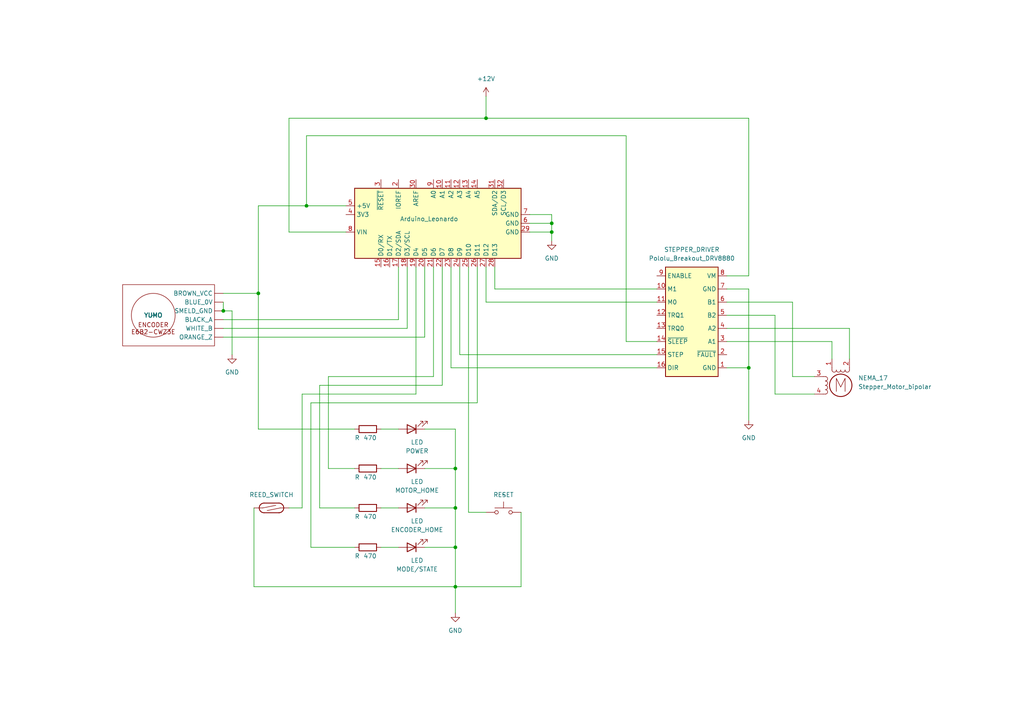
<source format=kicad_sch>
(kicad_sch (version 20230121) (generator eeschema)
  (paper "A4")
  (title_block (title "DMA Fab Lab Encoder Demo") (date "2023-12-13"))
  (lib_symbols
    (symbol "Ariel Custom:Pololu_Breakout_DRV8880"
      (property "Reference" "DRV8880" (at 3.81 16.51 0))
      (property "Value" "Pololu_Breakout_DRV8880" (at 11.43 19.05 0))
      (symbol "Pololu_Breakout_DRV8880_0_1"
        (rectangle (start -7.62 15.24) (end 7.62 -16.51) (stroke (width 0.254)) (fill (type background)))
      )
      (symbol "Pololu_Breakout_DRV8880_1_1"
        (pin output line (at 10.16 -13.97 180) (length 2.54) (name "GND") (number "1"))
        (pin input line (at -10.16 8.89 0) (length 2.54) (name "M1") (number "10"))
        (pin input line (at -10.16 5.08 0) (length 2.54) (name "M0") (number "11"))
        (pin input line (at -10.16 1.27 0) (length 2.54) (name "TRQ1") (number "12"))
        (pin input line (at -10.16 -2.54 0) (length 2.54) (name "TRQ0") (number "13"))
        (pin input line (at -10.16 -6.35 0) (length 2.54) (name "~{SLEEP}") (number "14"))
        (pin input line (at -10.16 -10.16 0) (length 2.54) (name "STEP") (number "15"))
        (pin input line (at -10.16 -13.97 0) (length 2.54) (name "DIR") (number "16"))
        (pin output line (at 10.16 -10.16 180) (length 2.54) (name "~{FAULT}") (number "2"))
        (pin output line (at 10.16 -6.35 180) (length 2.54) (name "A1") (number "3"))
        (pin output line (at 10.16 -2.54 180) (length 2.54) (name "A2") (number "4"))
        (pin output line (at 10.16 1.27 180) (length 2.54) (name "B2") (number "5"))
        (pin output line (at 10.16 5.08 180) (length 2.54) (name "B1") (number "6"))
        (pin input line (at 10.16 8.89 180) (length 2.54) (name "GND") (number "7"))
        (pin input line (at 10.16 12.7 180) (length 2.54) (name "VM") (number "8"))
        (pin input line (at -10.16 12.7 0) (length 2.54) (name "ENABLE") (number "9"))
      )
    )
    (symbol "Device:LED" (pin_numbers hide) (pin_names (offset 1.016) hide)
      (property "Reference" "D" (at 0 2.54 0))
      (property "Value" "LED" (at 0 -2.54 0))
      (symbol "LED_0_1"
        (polyline (pts (xy -1.27 -1.27) (xy -1.27 1.27)) (stroke (width 0.254)))
        (polyline (pts (xy -1.27 0) (xy 1.27 0)))
        (polyline (pts (xy 1.27 -1.27) (xy 1.27 1.27) (xy -1.27 0) (xy 1.27 -1.27)) (stroke (width 0.254)))
        (polyline (pts (xy -3.048 -0.762) (xy -4.572 -2.286) (xy -3.81 -2.286) (xy -4.572 -2.286) (xy -4.572 -1.524)))
        (polyline (pts (xy -1.778 -0.762) (xy -3.302 -2.286) (xy -2.54 -2.286) (xy -3.302 -2.286) (xy -3.302 -1.524)))
      )
      (symbol "LED_1_1"
        (pin passive line (at -3.81 0 0) (length 2.54) (name "K") (number "1"))
        (pin passive line (at 3.81 0 180) (length 2.54) (name "A") (number "2"))
      )
    )
    (symbol "Device:R" (pin_numbers hide) (pin_names (offset 0))
      (property "Reference" "R" (at 2.032 0 90))
      (property "Value" "R" (at 0 0 90))
      (symbol "R_0_1"
        (rectangle (start -1.016 -2.54) (end 1.016 2.54) (stroke (width 0.254)))
      )
      (symbol "R_1_1"
        (pin passive line (at 0 3.81 270) (length 1.27) (name "~") (number "1"))
        (pin passive line (at 0 -3.81 90) (length 1.27) (name "~") (number "2"))
      )
    )
    (symbol "Encoder_Yumo_E6B2-CWZ3E_1"
      (property "Reference" "YUMO" (at 0 0 0))
      (symbol "Encoder_Yumo_E6B2-CWZ3E_1_0_1"
        (rectangle (start -8.89 8.89) (end 17.78 -8.89))
        (circle (center 0 0) (radius 6.35))
      )
      (symbol "Encoder_Yumo_E6B2-CWZ3E_1_1_1"
        (text "ENCODER\nE6B2-CWZ3E" (at 0 -3.81 0) (effects (font (size 1.27 1.27))))
        (pin output line (at 20.32 -1.27 180) (length 2.54) (name "BLACK_A") (number ""))
        (pin input line (at 20.32 3.81 180) (length 2.54) (name "BLUE_0V") (number ""))
        (pin input line (at 20.32 6.35 180) (length 2.54) (name "BROWN_VCC") (number ""))
        (pin output line (at 20.32 -6.35 180) (length 2.54) (name "ORANGE_Z") (number ""))
        (pin input line (at 20.32 1.27 180) (length 2.54) (name "SMELD_GND") (number ""))
        (pin output line (at 20.32 -3.81 180) (length 2.54) (name "WHITE_B") (number ""))
      )
    )
    (symbol "MCU_Module:Arduino_Leonardo"
      (property "Reference" "A" (at -10.16 23.495 0))
      (property "Value" "Arduino_Leonardo" (at 5.08 -26.67 0))
      (symbol "Arduino_Leonardo_0_1"
        (rectangle (start -10.16 22.86) (end 10.16 -25.4) (stroke (width 0.254)) (fill (type background)))
      )
      (symbol "Arduino_Leonardo_1_1"
        (pin no_connect line (at -10.16 -20.32 0) (length 2.54) hide (name "NC") (number "1"))
        (pin bidirectional line (at 12.7 -2.54 180) (length 2.54) (name "A1") (number "10"))
        (pin bidirectional line (at 12.7 -5.08 180) (length 2.54) (name "A2") (number "11"))
        (pin bidirectional line (at 12.7 -7.62 180) (length 2.54) (name "A3") (number "12"))
        (pin bidirectional line (at 12.7 -10.16 180) (length 2.54) (name "A4") (number "13"))
        (pin bidirectional line (at 12.7 -12.7 180) (length 2.54) (name "A5") (number "14"))
        (pin bidirectional line (at -12.7 15.24 0) (length 2.54) (name "D0/RX") (number "15"))
        (pin bidirectional line (at -12.7 12.7 0) (length 2.54) (name "D1/TX") (number "16"))
        (pin bidirectional line (at -12.7 10.16 0) (length 2.54) (name "D2/SDA") (number "17"))
        (pin bidirectional line (at -12.7 7.62 0) (length 2.54) (name "D3/SCL") (number "18"))
        (pin bidirectional line (at -12.7 5.08 0) (length 2.54) (name "D4") (number "19"))
        (pin output line (at 12.7 10.16 180) (length 2.54) (name "IOREF") (number "2"))
        (pin bidirectional line (at -12.7 2.54 0) (length 2.54) (name "D5") (number "20"))
        (pin bidirectional line (at -12.7 0 0) (length 2.54) (name "D6") (number "21"))
        (pin bidirectional line (at -12.7 -2.54 0) (length 2.54) (name "D7") (number "22"))
        (pin bidirectional line (at -12.7 -5.08 0) (length 2.54) (name "D8") (number "23"))
        (pin bidirectional line (at -12.7 -7.62 0) (length 2.54) (name "D9") (number "24"))
        (pin bidirectional line (at -12.7 -10.16 0) (length 2.54) (name "D10") (number "25"))
        (pin bidirectional line (at -12.7 -12.7 0) (length 2.54) (name "D11") (number "26"))
        (pin bidirectional line (at -12.7 -15.24 0) (length 2.54) (name "D12") (number "27"))
        (pin bidirectional line (at -12.7 -17.78 0) (length 2.54) (name "D13") (number "28"))
        (pin power_in line (at -2.54 -27.94 90) (length 2.54) (name "GND") (number "29"))
        (pin input line (at 12.7 15.24 180) (length 2.54) (name "~{RESET}") (number "3"))
        (pin input line (at 12.7 5.08 180) (length 2.54) (name "AREF") (number "30"))
        (pin bidirectional line (at 12.7 -17.78 180) (length 2.54) (name "SDA/D2") (number "31"))
        (pin bidirectional line (at 12.7 -20.32 180) (length 2.54) (name "SCL/D3") (number "32"))
        (pin power_out line (at 2.54 25.4 270) (length 2.54) (name "3V3") (number "4"))
        (pin power_out line (at 5.08 25.4 270) (length 2.54) (name "+5V") (number "5"))
        (pin power_in line (at 0 -27.94 90) (length 2.54) (name "GND") (number "6"))
        (pin power_in line (at 2.54 -27.94 90) (length 2.54) (name "GND") (number "7"))
        (pin power_in line (at -2.54 25.4 270) (length 2.54) (name "VIN") (number "8"))
        (pin bidirectional line (at 12.7 0 180) (length 2.54) (name "A0") (number "9"))
      )
    )
    (symbol "Motor:Stepper_Motor_bipolar" (pin_names (offset 0) hide)
      (property "Reference" "M" (at 3.81 2.54 0))
      (property "Value" "Stepper_Motor_bipolar" (at 3.81 1.27 0))
      (symbol "Stepper_Motor_bipolar_0_0"
        (polyline (pts (xy -1.27 -1.778) (xy -1.27 2.032) (xy 0 -0.508) (xy 1.27 2.032) (xy 1.27 -1.778)))
      )
      (symbol "Stepper_Motor_bipolar_0_1"
        (arc (start -4.445 -2.54) (mid -3.8127 -1.905) (end -4.445 -1.27))
        (arc (start -4.445 -1.27) (mid -3.8127 -0.635) (end -4.445 0))
        (arc (start -4.445 0) (mid -3.8127 0.635) (end -4.445 1.27))
        (arc (start -4.445 1.27) (mid -3.8127 1.905) (end -4.445 2.54))
        (arc (start -2.54 4.445) (mid -1.905 3.8127) (end -1.27 4.445))
        (arc (start -1.27 4.445) (mid -0.635 3.8127) (end 0 4.445))
        (polyline (pts (xy -5.08 -2.54) (xy -4.445 -2.54)))
        (polyline (pts (xy -5.08 2.54) (xy -4.445 2.54)))
        (polyline (pts (xy -2.54 5.08) (xy -2.54 4.445)))
        (polyline (pts (xy 2.54 5.08) (xy 2.54 4.445)))
        (circle (center 0 0) (radius 3.2512) (stroke (width 0.254)))
        (arc (start 0 4.445) (mid 0.635 3.8127) (end 1.27 4.445))
        (arc (start 1.27 4.445) (mid 1.905 3.8127) (end 2.54 4.445))
      )
      (symbol "Stepper_Motor_bipolar_1_1"
        (pin passive line (at -2.54 7.62 270) (length 2.54) (name "~") (number "1"))
        (pin passive line (at 2.54 7.62 270) (length 2.54) (name "-") (number "2"))
        (pin passive line (at -7.62 2.54 0) (length 2.54) (name "~") (number "3"))
        (pin passive line (at -7.62 -2.54 0) (length 2.54) (name "~") (number "4"))
      )
    )
    (symbol "Switch:SW_MEC_5G" (pin_numbers hide) (pin_names (offset 1.016) hide)
      (property "Reference" "SW" (at 1.27 2.54 0))
      (property "Value" "SW_MEC_5G" (at 0 -1.524 0))
      (symbol "SW_MEC_5G_0_1"
        (circle (center -2.032 0) (radius 0.508))
        (polyline (pts (xy 0 1.27) (xy 0 3.048)))
        (polyline (pts (xy 2.54 1.27) (xy -2.54 1.27)))
        (circle (center 2.032 0) (radius 0.508))
        (pin passive line (at -5.08 0 0) (length 2.54) (name "A") (number "1"))
        (pin passive line (at 5.08 0 180) (length 2.54) (name "B") (number "3"))
      )
      (symbol "SW_MEC_5G_1_1"
        (pin passive line (at -5.08 0 0) (length 2.54) hide (name "A") (number "2"))
        (pin passive line (at 5.08 0 180) (length 2.54) hide (name "B") (number "4"))
      )
    )
    (symbol "Switch:SW_Reed" (pin_numbers hide) (pin_names (offset 0) hide)
      (property "Reference" "SW" (at 0 2.54 0))
      (property "Value" "SW_Reed" (at 0 -2.54 0))
      (symbol "SW_Reed_0_0"
        (arc (start -2.159 1.397) (mid -3.55 0) (end -2.159 -1.397) (stroke (width 0.254)))
        (polyline (pts (xy -2.54 0) (xy 1.27 0.762)))
        (polyline (pts (xy -2.159 -1.397) (xy 2.286 -1.397)) (stroke (width 0.254)))
        (polyline (pts (xy 2.159 1.397) (xy -2.159 1.397)) (stroke (width 0.254)))
        (polyline (pts (xy 2.54 0) (xy -1.27 -0.762)))
        (arc (start 2.159 -1.397) (mid 3.55 0) (end 2.159 1.397) (stroke (width 0.254)))
      )
      (symbol "SW_Reed_1_1"
        (pin passive line (at -5.08 0 0) (length 2.54) (name "1") (number "1"))
        (pin passive line (at 5.08 0 180) (length 2.54) (name "2") (number "2"))
      )
    )
    (symbol "power:+12V" (power) (pin_names (offset 0))
      (property "Value" "+12V" (at 0 3.556 0))
      (symbol "+12V_0_1"
        (polyline (pts (xy -0.762 1.27) (xy 0 2.54)))
        (polyline (pts (xy 0 0) (xy 0 2.54)))
        (polyline (pts (xy 0 2.54) (xy 0.762 1.27)))
      )
      (symbol "+12V_1_1"
        (pin power_in line (at 0 0 90) (length 0) hide (name "+12V") (number "1"))
      )
    )
    (symbol "power:GND" (power) (pin_names (offset 0))
      (property "Value" "GND" (at 0 -3.81 0))
      (symbol "GND_0_1"
        (polyline (pts (xy 0 0) (xy 0 -1.27) (xy 1.27 -1.27) (xy 0 -2.54) (xy -1.27 -1.27) (xy 0 -1.27)))
      )
      (symbol "GND_1_1"
        (pin power_in line (at 0 0 270) (length 0) hide (name "GND") (number "1"))
      )
    )
  )
  (junction (at 132.08 147.32))
  (junction (at 160.02 64.77))
  (junction (at 132.08 158.75))
  (junction (at 132.08 135.89))
  (junction (at 217.17 106.68))
  (junction (at 160.02 67.31))
  (junction (at 64.77 90.17))
  (junction (at 74.93 85.09))
  (junction (at 140.97 34.29))
  (junction (at 88.9 59.69))
  (junction (at 132.08 170.18))
  (wire (pts (xy 217.17 34.29) (xy 140.97 34.29)))
  (wire (pts (xy 120.65 77.47) (xy 120.65 114.3)))
  (wire (pts (xy 210.82 95.25) (xy 246.38 95.25)))
  (wire (pts (xy 118.11 77.47) (xy 118.11 95.25)))
  (wire (pts (xy 160.02 67.31) (xy 160.02 69.85)))
  (wire (pts (xy 118.11 95.25) (xy 64.77 95.25)))
  (wire (pts (xy 210.82 80.01) (xy 217.17 80.01)))
  (wire (pts (xy 210.82 106.68) (xy 217.17 106.68)))
  (wire (pts (xy 74.93 59.69) (xy 88.9 59.69)))
  (wire (pts (xy 74.93 59.69) (xy 74.93 85.09)))
  (wire (pts (xy 130.81 106.68) (xy 130.81 77.47)))
  (wire (pts (xy 229.87 109.22) (xy 229.87 87.63)))
  (wire (pts (xy 217.17 106.68) (xy 217.17 121.92)))
  (wire (pts (xy 67.31 90.17) (xy 67.31 102.87)))
  (wire (pts (xy 160.02 64.77) (xy 160.02 67.31)))
  (wire (pts (xy 151.13 170.18) (xy 132.08 170.18)))
  (wire (pts (xy 88.9 59.69) (xy 100.33 59.69)))
  (wire (pts (xy 125.73 77.47) (xy 125.73 109.22)))
  (wire (pts (xy 88.9 39.37) (xy 181.61 39.37)))
  (wire (pts (xy 115.57 77.47) (xy 115.57 92.71)))
  (wire (pts (xy 95.25 109.22) (xy 95.25 135.89)))
  (wire (pts (xy 123.19 124.46) (xy 132.08 124.46)))
  (wire (pts (xy 140.97 27.94) (xy 140.97 34.29)))
  (wire (pts (xy 73.66 170.18) (xy 132.08 170.18)))
  (wire (pts (xy 88.9 59.69) (xy 88.9 39.37)))
  (wire (pts (xy 153.67 67.31) (xy 160.02 67.31)))
  (wire (pts (xy 123.19 147.32) (xy 132.08 147.32)))
  (wire (pts (xy 110.49 124.46) (xy 115.57 124.46)))
  (wire (pts (xy 140.97 77.47) (xy 140.97 87.63)))
  (wire (pts (xy 160.02 62.23) (xy 160.02 64.77)))
  (wire (pts (xy 64.77 97.79) (xy 123.19 97.79)))
  (wire (pts (xy 123.19 97.79) (xy 123.19 77.47)))
  (wire (pts (xy 135.89 148.59) (xy 140.97 148.59)))
  (wire (pts (xy 153.67 64.77) (xy 160.02 64.77)))
  (wire (pts (xy 120.65 114.3) (xy 87.63 114.3)))
  (wire (pts (xy 130.81 106.68) (xy 190.5 106.68)))
  (wire (pts (xy 210.82 83.82) (xy 217.17 83.82)))
  (wire (pts (xy 110.49 135.89) (xy 115.57 135.89)))
  (wire (pts (xy 236.22 109.22) (xy 229.87 109.22)))
  (wire (pts (xy 133.35 102.87) (xy 133.35 77.47)))
  (wire (pts (xy 92.71 111.76) (xy 128.27 111.76)))
  (wire (pts (xy 100.33 67.31) (xy 83.82 67.31)))
  (wire (pts (xy 132.08 170.18) (xy 132.08 177.8)))
  (wire (pts (xy 83.82 147.32) (xy 87.63 147.32)))
  (wire (pts (xy 132.08 135.89) (xy 132.08 147.32)))
  (wire (pts (xy 132.08 124.46) (xy 132.08 135.89)))
  (wire (pts (xy 133.35 102.87) (xy 190.5 102.87)))
  (wire (pts (xy 87.63 114.3) (xy 87.63 147.32)))
  (wire (pts (xy 138.43 116.84) (xy 138.43 77.47)))
  (wire (pts (xy 110.49 158.75) (xy 115.57 158.75)))
  (wire (pts (xy 217.17 83.82) (xy 217.17 106.68)))
  (wire (pts (xy 132.08 158.75) (xy 132.08 170.18)))
  (wire (pts (xy 210.82 91.44) (xy 224.79 91.44)))
  (wire (pts (xy 83.82 67.31) (xy 83.82 34.29)))
  (wire (pts (xy 123.19 158.75) (xy 132.08 158.75)))
  (wire (pts (xy 151.13 148.59) (xy 151.13 170.18)))
  (wire (pts (xy 140.97 87.63) (xy 190.5 87.63)))
  (wire (pts (xy 83.82 34.29) (xy 140.97 34.29)))
  (wire (pts (xy 110.49 147.32) (xy 115.57 147.32)))
  (wire (pts (xy 224.79 91.44) (xy 224.79 114.3)))
  (wire (pts (xy 135.89 77.47) (xy 135.89 148.59)))
  (wire (pts (xy 64.77 90.17) (xy 67.31 90.17)))
  (wire (pts (xy 92.71 147.32) (xy 92.71 111.76)))
  (wire (pts (xy 90.17 158.75) (xy 102.87 158.75)))
  (wire (pts (xy 224.79 114.3) (xy 236.22 114.3)))
  (wire (pts (xy 210.82 99.06) (xy 241.3 99.06)))
  (wire (pts (xy 64.77 87.63) (xy 64.77 90.17)))
  (wire (pts (xy 123.19 135.89) (xy 132.08 135.89)))
  (wire (pts (xy 125.73 109.22) (xy 95.25 109.22)))
  (wire (pts (xy 74.93 124.46) (xy 102.87 124.46)))
  (wire (pts (xy 229.87 87.63) (xy 210.82 87.63)))
  (wire (pts (xy 73.66 147.32) (xy 73.66 170.18)))
  (wire (pts (xy 128.27 111.76) (xy 128.27 77.47)))
  (wire (pts (xy 102.87 147.32) (xy 92.71 147.32)))
  (wire (pts (xy 190.5 99.06) (xy 181.61 99.06)))
  (wire (pts (xy 246.38 95.25) (xy 246.38 104.14)))
  (wire (pts (xy 181.61 99.06) (xy 181.61 39.37)))
  (wire (pts (xy 95.25 135.89) (xy 102.87 135.89)))
  (wire (pts (xy 132.08 147.32) (xy 132.08 158.75)))
  (wire (pts (xy 90.17 116.84) (xy 138.43 116.84)))
  (wire (pts (xy 74.93 85.09) (xy 74.93 124.46)))
  (wire (pts (xy 153.67 62.23) (xy 160.02 62.23)))
  (wire (pts (xy 143.51 77.47) (xy 143.51 83.82)))
  (wire (pts (xy 241.3 99.06) (xy 241.3 104.14)))
  (wire (pts (xy 64.77 85.09) (xy 74.93 85.09)))
  (wire (pts (xy 143.51 83.82) (xy 190.5 83.82)))
  (wire (pts (xy 217.17 80.01) (xy 217.17 34.29)))
  (wire (pts (xy 115.57 92.71) (xy 64.77 92.71)))
  (wire (pts (xy 90.17 116.84) (xy 90.17 158.75)))
  (symbol (lib_name "Encoder_Yumo_E6B2-CWZ3E_1") (lib_id "Ariel Custom:Encoder_Yumo_E6B2-CWZ3E") (at 44.45 91.44 0) (unit 1)
    (property "Reference" "YUMO" (at 44.45 91.44 0) (effects (font bold)))
    (property "Value" "~" (at 44.45 91.44 0))
  )
  (symbol (lib_id "power:GND") (at 160.02 69.85 0) (unit 1)
    (property "Reference" "#PWR03" (effects hide))
    (property "Value" "GND" (at 160.02 74.93 0))
  )
  (symbol (lib_id "Device:R") (at 106.68 124.46 270) (unit 1)
    (property "Reference" "R" (at 102.87 127 90) (effects (justify left)))
    (property "Value" "470" (at 105.41 127 90) (effects (justify left)))
  )
  (symbol (lib_id "Ariel Custom:Pololu_Breakout_DRV8880") (at 200.66 92.71 0) (unit 1)
    (property "Reference" "STEPPER_DRIVER" (at 200.66 72.39 0))
    (property "Value" "Pololu_Breakout_DRV8880" (at 200.66 74.93 0))
  )
  (symbol (lib_id "Device:R") (at 106.68 158.75 270) (unit 1)
    (property "Reference" "R" (at 102.87 161.29 90) (effects (justify left)))
    (property "Value" "470" (at 105.41 161.29 90) (effects (justify left)))
  )
  (symbol (lib_id "power:+12V") (at 140.97 27.94 0) (unit 1)
    (property "Reference" "#PWR01" (effects hide))
    (property "Value" "+12V" (at 140.97 22.86 0))
  )
  (symbol (lib_id "power:GND") (at 132.08 177.8 0) (unit 1)
    (property "Reference" "#PWR02" (effects hide))
    (property "Value" "GND" (at 132.08 182.88 0))
  )
  (symbol (lib_id "MCU_Module:Arduino_Leonardo") (at 125.73 64.77 90) (unit 1)
    (property "Reference" "A1" (effects hide))
    (property "Value" "Arduino_Leonardo" (at 124.46 63.5 90))
    (property "Footprint" "Module:Arduino_UNO_R3" (effects hide))
    (property "Datasheet" "https://www.arduino.cc/en/Main/ArduinoBoardLeonardo" (effects hide))
  )
  (symbol (lib_id "Device:LED") (at 119.38 135.89 180) (unit 1)
    (property "Reference" "MOTOR_HOME" (at 120.9675 142.24 0))
    (property "Value" "LED" (at 120.9675 139.7 0))
  )
  (symbol (lib_id "Device:LED") (at 119.38 124.46 180) (unit 1)
    (property "Reference" "POWER" (at 120.9675 130.81 0))
    (property "Value" "LED" (at 120.9675 128.27 0))
  )
  (symbol (lib_id "power:GND") (at 67.31 102.87 0) (unit 1)
    (property "Reference" "#PWR04" (effects hide))
    (property "Value" "GND" (at 67.31 107.95 0))
  )
  (symbol (lib_id "power:GND") (at 217.17 121.92 0) (unit 1)
    (property "Reference" "#PWR05" (effects hide))
    (property "Value" "GND" (at 217.17 127 0))
  )
  (symbol (lib_id "Device:LED") (at 119.38 147.32 180) (unit 1)
    (property "Reference" "ENCODER_HOME" (at 120.9675 153.67 0))
    (property "Value" "LED" (at 120.9675 151.13 0))
  )
  (symbol (lib_id "Device:LED") (at 119.38 158.75 180) (unit 1)
    (property "Reference" "MODE/STATE" (at 120.9675 165.1 0))
    (property "Value" "LED" (at 120.9675 162.56 0))
  )
  (symbol (lib_id "Device:R") (at 106.68 135.89 270) (unit 1)
    (property "Reference" "R" (at 102.87 138.43 90) (effects (justify left)))
    (property "Value" "470" (at 105.41 138.43 90) (effects (justify left)))
  )
  (symbol (lib_id "Device:R") (at 106.68 147.32 270) (unit 1)
    (property "Reference" "R" (at 102.87 149.86 90) (effects (justify left)))
    (property "Value" "470" (at 105.41 149.86 90) (effects (justify left)))
  )
  (symbol (lib_id "Motor:Stepper_Motor_bipolar") (at 243.84 111.76 0) (unit 1)
    (property "Reference" "NEMA_17" (at 248.92 109.6391 0) (effects (justify left)))
    (property "Value" "Stepper_Motor_bipolar" (at 248.92 112.1791 0) (effects (justify left)))
    (property "Datasheet" "http://www.infineon.com/dgdl/Application-Note-TLE8110EE_driving_UniPolarStepperMotor_V1.1.pdf?fileId=db3a30431be39b97011be5d0aa0a00b0" (effects hide))
  )
  (symbol (lib_id "Switch:SW_Reed") (at 78.74 147.32 0) (unit 1)
    (property "Reference" "SW2" (effects hide))
    (property "Value" "REED_SWITCH" (at 78.74 143.51 0))
  )
  (symbol (lib_id "Switch:SW_MEC_5G") (at 146.05 148.59 0) (unit 1)
    (property "Reference" "RESET" (at 146.05 143.51 0))
    (property "Value" "~" (at 146.05 143.51 0))
    (property "Datasheet" "http://www.apem.com/int/index.php?controller=attachment&id_attachment=488" (effects hide))
  )
)
</source>
